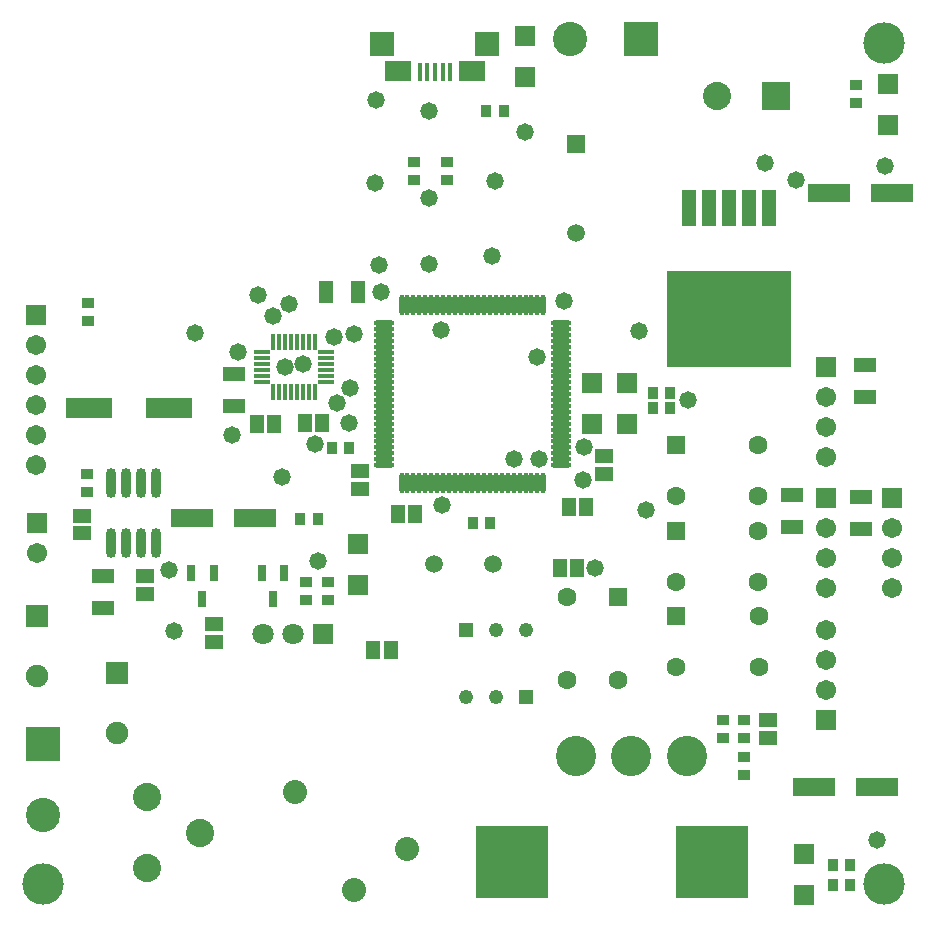
<source format=gts>
%FSLAX25Y25*%
%MOIN*%
G70*
G01*
G75*
G04 Layer_Color=8388736*
%ADD10R,0.13189X0.05315*%
%ADD11R,0.04429X0.00984*%
%ADD12R,0.00984X0.04429*%
%ADD13R,0.03543X0.02756*%
%ADD14R,0.05512X0.04331*%
%ADD15O,0.02756X0.09055*%
%ADD16R,0.14370X0.05709*%
%ADD17R,0.05906X0.05906*%
%ADD18R,0.02756X0.03543*%
%ADD19R,0.40945X0.31496*%
%ADD20R,0.03937X0.11417*%
%ADD21R,0.04331X0.05512*%
%ADD22R,0.08268X0.06299*%
%ADD23R,0.00945X0.05315*%
%ADD24R,0.07087X0.07480*%
%ADD25O,0.06102X0.00984*%
%ADD26O,0.00984X0.06102*%
%ADD27R,0.23622X0.23622*%
%ADD28R,0.02362X0.04528*%
%ADD29R,0.04331X0.06693*%
%ADD30R,0.06693X0.04331*%
%ADD31C,0.00800*%
%ADD32C,0.01000*%
%ADD33C,0.04000*%
%ADD34C,0.00700*%
%ADD35C,0.02500*%
%ADD36C,0.02000*%
%ADD37C,0.05000*%
%ADD38C,0.03000*%
%ADD39C,0.06000*%
%ADD40C,0.10000*%
%ADD41C,0.13000*%
%ADD42R,0.48500X0.03000*%
%ADD43R,0.03000X0.35500*%
%ADD44C,0.06693*%
%ADD45R,0.06693X0.06693*%
%ADD46R,0.05118X0.05118*%
%ADD47C,0.05118*%
%ADD48C,0.05500*%
%ADD49R,0.05500X0.05500*%
%ADD50R,0.05500X0.05500*%
%ADD51C,0.03976*%
%ADD52R,0.03976X0.03976*%
%ADD53C,0.08600*%
%ADD54R,0.10600X0.10600*%
%ADD55C,0.10600*%
%ADD56C,0.07200*%
%ADD57R,0.08600X0.08600*%
%ADD58R,0.10600X0.10600*%
%ADD59C,0.06299*%
%ADD60R,0.06299X0.06299*%
%ADD61C,0.05906*%
%ADD62C,0.05118*%
%ADD63C,0.12600*%
%ADD64C,0.05000*%
%ADD65C,0.12992*%
%ADD66R,0.10512X0.10000*%
%ADD67R,0.03000X0.05000*%
%ADD68C,0.00787*%
%ADD69C,0.00394*%
%ADD70C,0.00984*%
%ADD71C,0.02362*%
%ADD72C,0.00591*%
%ADD73R,0.13989X0.06115*%
%ADD74R,0.05229X0.01784*%
%ADD75R,0.01784X0.05229*%
%ADD76R,0.04343X0.03556*%
%ADD77R,0.06312X0.05131*%
%ADD78O,0.03556X0.09855*%
%ADD79R,0.15170X0.06509*%
%ADD80R,0.06706X0.06706*%
%ADD81R,0.03556X0.04343*%
%ADD82R,0.41745X0.32296*%
%ADD83R,0.04737X0.12217*%
%ADD84R,0.05131X0.06312*%
%ADD85R,0.09068X0.07099*%
%ADD86R,0.01745X0.06115*%
%ADD87R,0.07887X0.08280*%
%ADD88O,0.06902X0.01784*%
%ADD89O,0.01784X0.06902*%
%ADD90R,0.24422X0.24422*%
%ADD91R,0.03162X0.05328*%
%ADD92R,0.05131X0.07493*%
%ADD93R,0.07493X0.05131*%
%ADD94C,0.07493*%
%ADD95R,0.07493X0.07493*%
%ADD96R,0.05918X0.05918*%
%ADD97C,0.05918*%
%ADD98C,0.06300*%
%ADD99R,0.06300X0.06300*%
%ADD100R,0.06300X0.06300*%
%ADD101C,0.04776*%
%ADD102R,0.04776X0.04776*%
%ADD103C,0.09400*%
%ADD104R,0.11400X0.11400*%
%ADD105C,0.11400*%
%ADD106C,0.08000*%
%ADD107R,0.09400X0.09400*%
%ADD108R,0.11400X0.11400*%
%ADD109C,0.07099*%
%ADD110R,0.07099X0.07099*%
%ADD111C,0.06706*%
%ADD112C,0.05918*%
%ADD113C,0.13400*%
%ADD114C,0.05800*%
%ADD115C,0.13792*%
D73*
X80638Y131732D02*
D03*
X59673D02*
D03*
X266862Y42000D02*
D03*
X287827D02*
D03*
X292827Y240000D02*
D03*
X271862D02*
D03*
D74*
X104032Y177079D02*
D03*
Y179047D02*
D03*
Y181016D02*
D03*
Y182984D02*
D03*
Y184953D02*
D03*
Y186921D02*
D03*
X82968D02*
D03*
Y184953D02*
D03*
Y182984D02*
D03*
Y181016D02*
D03*
Y179047D02*
D03*
Y177079D02*
D03*
D75*
X98421Y173634D02*
D03*
X100390D02*
D03*
Y190366D02*
D03*
X98421D02*
D03*
X96453D02*
D03*
X94484D02*
D03*
X92516D02*
D03*
X90547D02*
D03*
X88579D02*
D03*
X86610D02*
D03*
Y173634D02*
D03*
X88579D02*
D03*
X90547D02*
D03*
X92516D02*
D03*
X94484D02*
D03*
X96453D02*
D03*
D76*
X97500Y104547D02*
D03*
X105000D02*
D03*
Y110453D02*
D03*
X97500D02*
D03*
X24500Y146453D02*
D03*
Y140547D02*
D03*
X25000Y197547D02*
D03*
Y203453D02*
D03*
X133500Y244547D02*
D03*
Y250453D02*
D03*
X144500D02*
D03*
Y244547D02*
D03*
X281000Y270047D02*
D03*
Y275953D02*
D03*
X243500Y64453D02*
D03*
Y58547D02*
D03*
X236500Y58547D02*
D03*
Y64453D02*
D03*
X243500Y51953D02*
D03*
Y46047D02*
D03*
D77*
X67000Y90547D02*
D03*
Y96453D02*
D03*
X44000Y106547D02*
D03*
Y112453D02*
D03*
X23000Y132500D02*
D03*
Y126594D02*
D03*
X115500Y141547D02*
D03*
Y147453D02*
D03*
X197000Y146547D02*
D03*
Y152453D02*
D03*
X251500Y64453D02*
D03*
Y58547D02*
D03*
D78*
X37500Y123461D02*
D03*
X42500D02*
D03*
X47500D02*
D03*
X32500D02*
D03*
X37500Y143539D02*
D03*
X42500D02*
D03*
X47500D02*
D03*
X32500D02*
D03*
D79*
X51787Y168500D02*
D03*
X25213D02*
D03*
D80*
X114953Y109343D02*
D03*
Y123122D02*
D03*
X193000Y163110D02*
D03*
X204500D02*
D03*
Y176890D02*
D03*
X193000D02*
D03*
X271000Y138500D02*
D03*
X293000D02*
D03*
X271000Y182000D02*
D03*
X291500Y262610D02*
D03*
Y276390D02*
D03*
X170500Y292390D02*
D03*
Y278610D02*
D03*
X7500Y199500D02*
D03*
X8000Y130000D02*
D03*
X263500Y6110D02*
D03*
Y19890D02*
D03*
X271000Y64500D02*
D03*
D81*
X158953Y130000D02*
D03*
X153047D02*
D03*
X111953Y155000D02*
D03*
X106047D02*
D03*
X95547Y131232D02*
D03*
X101453D02*
D03*
X213047Y168500D02*
D03*
Y173500D02*
D03*
X218953D02*
D03*
Y168500D02*
D03*
X163453Y267500D02*
D03*
X157547D02*
D03*
X273047Y16000D02*
D03*
X278953D02*
D03*
X278953Y9500D02*
D03*
X273047D02*
D03*
D82*
X238500Y198114D02*
D03*
D83*
X245193Y234925D02*
D03*
X251886D02*
D03*
X238500D02*
D03*
X231807D02*
D03*
X225114D02*
D03*
D84*
X125906Y87732D02*
D03*
X120000D02*
D03*
X128047Y133000D02*
D03*
X133953D02*
D03*
X102953Y163500D02*
D03*
X97047D02*
D03*
X86953Y163000D02*
D03*
X81047D02*
D03*
X182047Y115000D02*
D03*
X187953D02*
D03*
X185047Y135500D02*
D03*
X190953D02*
D03*
D85*
X152705Y280807D02*
D03*
X128295D02*
D03*
D86*
X135382Y280315D02*
D03*
X137941D02*
D03*
X140500D02*
D03*
X143059D02*
D03*
X145618D02*
D03*
D87*
X158020Y289764D02*
D03*
X122980D02*
D03*
D88*
X182626Y149378D02*
D03*
Y151347D02*
D03*
Y153315D02*
D03*
Y155283D02*
D03*
Y157252D02*
D03*
Y159221D02*
D03*
Y161189D02*
D03*
Y163157D02*
D03*
Y165126D02*
D03*
Y167095D02*
D03*
Y169063D02*
D03*
Y171031D02*
D03*
Y173000D02*
D03*
Y174969D02*
D03*
Y176937D02*
D03*
Y178905D02*
D03*
Y180874D02*
D03*
Y182843D02*
D03*
Y184811D02*
D03*
Y186779D02*
D03*
Y188748D02*
D03*
Y190717D02*
D03*
Y192685D02*
D03*
Y194653D02*
D03*
Y196622D02*
D03*
X123374D02*
D03*
Y194653D02*
D03*
Y192685D02*
D03*
Y190717D02*
D03*
Y188748D02*
D03*
Y186779D02*
D03*
Y184811D02*
D03*
Y182843D02*
D03*
Y180874D02*
D03*
Y178905D02*
D03*
Y176937D02*
D03*
Y174969D02*
D03*
Y173000D02*
D03*
Y171031D02*
D03*
Y169063D02*
D03*
Y167095D02*
D03*
Y165126D02*
D03*
Y163157D02*
D03*
Y161189D02*
D03*
Y159221D02*
D03*
Y157252D02*
D03*
Y155283D02*
D03*
Y153315D02*
D03*
Y151347D02*
D03*
Y149378D02*
D03*
D89*
X172685Y143374D02*
D03*
X174653D02*
D03*
X176622D02*
D03*
X170717D02*
D03*
X168748D02*
D03*
X166779D02*
D03*
X164811D02*
D03*
X162843D02*
D03*
X160874D02*
D03*
X158905D02*
D03*
X156937D02*
D03*
X154969D02*
D03*
X153000D02*
D03*
X151031D02*
D03*
X149063D02*
D03*
X147095D02*
D03*
X145126D02*
D03*
X143157D02*
D03*
X141189D02*
D03*
X139220D02*
D03*
X137252D02*
D03*
X135284D02*
D03*
X133315D02*
D03*
X131346D02*
D03*
X129378D02*
D03*
X172685Y202626D02*
D03*
X174653D02*
D03*
X176622D02*
D03*
X170717D02*
D03*
X168748D02*
D03*
X166779D02*
D03*
X164811D02*
D03*
X162843D02*
D03*
X160874D02*
D03*
X158905D02*
D03*
X156937D02*
D03*
X154969D02*
D03*
X153000D02*
D03*
X151031D02*
D03*
X149063D02*
D03*
X147095D02*
D03*
X145126D02*
D03*
X143157D02*
D03*
X141189D02*
D03*
X139220D02*
D03*
X137252D02*
D03*
X135284D02*
D03*
X133315D02*
D03*
X131346D02*
D03*
X129378D02*
D03*
D90*
X166035Y17000D02*
D03*
X232965D02*
D03*
D91*
X86500Y104571D02*
D03*
X90240Y113429D02*
D03*
X82760D02*
D03*
X66740D02*
D03*
X63000Y104571D02*
D03*
X59260Y113429D02*
D03*
D92*
X114815Y207000D02*
D03*
X104185D02*
D03*
D93*
X30000Y101685D02*
D03*
Y112315D02*
D03*
X73500Y169185D02*
D03*
Y179815D02*
D03*
X259500Y128685D02*
D03*
Y139315D02*
D03*
X282500Y128185D02*
D03*
Y138815D02*
D03*
X284000Y172185D02*
D03*
Y182815D02*
D03*
D94*
X34500Y60000D02*
D03*
X8000Y79000D02*
D03*
D95*
X34500Y80000D02*
D03*
X8000Y99000D02*
D03*
D96*
X187500Y256264D02*
D03*
D97*
X187500Y226736D02*
D03*
D98*
X184535Y77720D02*
D03*
X201465D02*
D03*
X220941Y82000D02*
D03*
X248500D02*
D03*
Y98929D02*
D03*
X248280Y110535D02*
D03*
Y127465D02*
D03*
Y139035D02*
D03*
Y155965D02*
D03*
X220721Y139035D02*
D03*
Y110535D02*
D03*
X184535Y105280D02*
D03*
D99*
X220941Y98929D02*
D03*
X220721Y127465D02*
D03*
Y155965D02*
D03*
D100*
X201465Y105280D02*
D03*
D101*
X151000Y72000D02*
D03*
X161000D02*
D03*
Y94500D02*
D03*
X171000D02*
D03*
D102*
X151000Y94500D02*
D03*
X171000Y72000D02*
D03*
D103*
X44500Y15079D02*
D03*
X62217Y26890D02*
D03*
X44500Y38701D02*
D03*
X234658Y272500D02*
D03*
D104*
X209311Y291500D02*
D03*
D105*
X10000Y32689D02*
D03*
X185689Y291500D02*
D03*
D106*
X93815Y40264D02*
D03*
X113500Y7587D02*
D03*
X131217Y21366D02*
D03*
D107*
X254343Y272500D02*
D03*
D108*
X10000Y56311D02*
D03*
D109*
X93260Y93000D02*
D03*
X83260D02*
D03*
D110*
X103260Y93000D02*
D03*
D111*
X8000Y120000D02*
D03*
X7500Y149500D02*
D03*
Y159500D02*
D03*
Y169500D02*
D03*
Y179500D02*
D03*
Y189500D02*
D03*
X271000Y74500D02*
D03*
Y84500D02*
D03*
Y94500D02*
D03*
X293000Y108500D02*
D03*
Y118500D02*
D03*
Y128500D02*
D03*
X271000D02*
D03*
Y118500D02*
D03*
Y108500D02*
D03*
Y152000D02*
D03*
Y162000D02*
D03*
Y172000D02*
D03*
D112*
X140157Y116500D02*
D03*
X159843D02*
D03*
D113*
X187496Y52500D02*
D03*
X206000D02*
D03*
X224504D02*
D03*
D114*
X53500Y94000D02*
D03*
X51953Y114500D02*
D03*
X89500Y145500D02*
D03*
X100500Y156500D02*
D03*
X112000Y163500D02*
D03*
X112031Y174969D02*
D03*
X108000Y170000D02*
D03*
X96500Y183000D02*
D03*
X90500Y182000D02*
D03*
X107000Y192000D02*
D03*
X113500Y193000D02*
D03*
X122500Y207000D02*
D03*
X142500Y194500D02*
D03*
X159500Y219000D02*
D03*
X183500Y204000D02*
D03*
X174500Y185500D02*
D03*
X190217Y155283D02*
D03*
X190000Y144500D02*
D03*
X175347Y151347D02*
D03*
X166779Y151279D02*
D03*
X143000Y136000D02*
D03*
X101500Y117500D02*
D03*
X73000Y159500D02*
D03*
X75000Y187000D02*
D03*
X86500Y199000D02*
D03*
X92000Y203000D02*
D03*
X81500Y206000D02*
D03*
X60500Y193500D02*
D03*
X120500Y243500D02*
D03*
X122000Y216000D02*
D03*
X138500Y216500D02*
D03*
Y238500D02*
D03*
X160500Y244000D02*
D03*
X170500Y260500D02*
D03*
X138500Y267500D02*
D03*
X121000Y271000D02*
D03*
X208500Y194000D02*
D03*
X222500Y186500D02*
D03*
X230500D02*
D03*
X225000Y171000D02*
D03*
X238500Y186500D02*
D03*
X246500D02*
D03*
X254500D02*
D03*
Y194500D02*
D03*
Y202500D02*
D03*
X246500D02*
D03*
Y194500D02*
D03*
Y210500D02*
D03*
X254500D02*
D03*
X238500D02*
D03*
Y202500D02*
D03*
Y194500D02*
D03*
X230500Y210500D02*
D03*
X222500D02*
D03*
Y202500D02*
D03*
X230500D02*
D03*
Y194500D02*
D03*
X222500D02*
D03*
X261000Y244500D02*
D03*
X250500Y250000D02*
D03*
X290500Y249000D02*
D03*
X211000Y134500D02*
D03*
X194000Y115000D02*
D03*
X287827Y24327D02*
D03*
D115*
X9843Y9843D02*
D03*
X290158D02*
D03*
Y290158D02*
D03*
M02*

</source>
